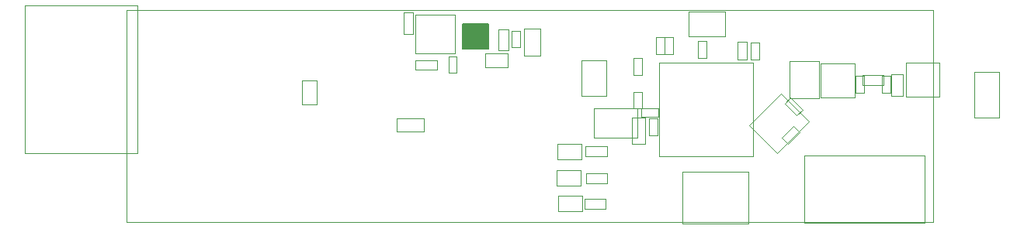
<source format=gbr>
%TF.GenerationSoftware,Altium Limited,Altium Designer,20.0.13 (296)*%
G04 Layer_Color=32768*
%FSLAX45Y45*%
%MOMM*%
%TF.FileFunction,Other,Mechanical_15*%
%TF.Part,Single*%
G01*
G75*
%TA.AperFunction,NonConductor*%
%ADD87C,0.10000*%
%ADD108C,0.15240*%
%ADD192C,0.05000*%
G36*
X6448465Y6188714D02*
D01*
Y5952494D01*
D01*
Y5934714D01*
X6176685D01*
Y5952494D01*
D01*
Y6188714D01*
D01*
Y6206494D01*
X6448465D01*
Y6188714D01*
D02*
G37*
D87*
X11303000Y4041300D02*
Y6358700D01*
X2503000Y4041300D02*
X11303000D01*
X2503000D02*
Y6358700D01*
X11303000D01*
X11375000Y5408000D02*
Y5778000D01*
X11005000Y5408000D02*
X11375000D01*
X11005000D02*
Y5778000D01*
X11375000D01*
X6666245Y5730604D02*
Y5880604D01*
X6416245D02*
X6666245D01*
X6416245Y5730604D02*
Y5880604D01*
Y5730604D02*
X6666245D01*
X9298032Y5096051D02*
X9602088Y4791995D01*
X9948570Y5138477D01*
X9644514Y5442533D02*
X9948570Y5138477D01*
X9298032Y5096051D02*
X9644514Y5442533D01*
X9737300Y5396694D02*
X10062300D01*
Y5796694D01*
X9737300D02*
X10062300D01*
X9737300Y5396694D02*
Y5796694D01*
X1397500Y6408300D02*
X2627500D01*
X1397500Y4791800D02*
Y6408300D01*
Y4791800D02*
X2627500D01*
Y6408300D01*
X10079044Y5773744D02*
X10449044D01*
X10079044Y5403744D02*
Y5773744D01*
Y5403744D02*
X10449044D01*
Y5773744D01*
D108*
X6448465Y5952494D02*
Y6188714D01*
X6176685Y5952494D02*
Y6188714D01*
X6448465D02*
Y6206494D01*
Y5934714D02*
Y5952494D01*
X6176685Y5934714D02*
X6448465D01*
X6176685D02*
Y5952494D01*
Y6188714D02*
Y6206494D01*
X6448465D01*
D192*
X5748500Y5026500D02*
Y5173500D01*
X5451500Y5026500D02*
Y5173500D01*
Y5026500D02*
X5748500D01*
X5451500Y5173500D02*
X5748500D01*
X9288000Y4024000D02*
Y4584000D01*
X8568000D02*
X9288000D01*
X8568000Y4024000D02*
Y4584000D01*
Y4024000D02*
X9288000D01*
X8165000Y4895000D02*
Y5185000D01*
X8015000Y4895000D02*
X8165000D01*
X8015000D02*
Y5185000D01*
X8165000D01*
X10845000Y5416500D02*
X10975000D01*
Y5651500D01*
X10845000D02*
X10975000D01*
X10845000Y5416500D02*
Y5651500D01*
X7499500Y4185000D02*
X7734500D01*
X7499500D02*
Y4295000D01*
X7734500D01*
Y4185000D02*
Y4295000D01*
X6560046Y5918604D02*
X6670045D01*
Y6148604D01*
X6560046D02*
X6670045D01*
X6560046Y5918604D02*
Y6148604D01*
X8314679Y4756243D02*
X9339679D01*
Y5781243D01*
X8314679D02*
X9339679D01*
X8314679Y4756243D02*
Y5781243D01*
X5659500Y5882500D02*
Y6307500D01*
Y5882500D02*
X6084500D01*
Y6307500D01*
X5659500D02*
X6084500D01*
X10529500Y5537000D02*
Y5647000D01*
Y5537000D02*
X10764500D01*
Y5647000D01*
X10529500D02*
X10764500D01*
X7211500Y4325500D02*
X7476500D01*
Y4160500D02*
Y4325500D01*
X7211500Y4160500D02*
X7476500D01*
X7211500D02*
Y4325500D01*
X7472000Y5811500D02*
X7742000D01*
X7472000Y5416500D02*
Y5811500D01*
Y5416500D02*
X7742000D01*
Y5811500D01*
X7602500Y5280000D02*
X8075000D01*
Y4960000D02*
Y5280000D01*
X7602500Y4960000D02*
X8075000D01*
X7602500D02*
Y5280000D01*
X9894000Y4033000D02*
X11214000D01*
X9894000D02*
Y4763000D01*
X11214000D01*
Y4033000D02*
Y4763000D01*
X6842045Y6152104D02*
X7020045D01*
X6842045Y5859104D02*
Y6152104D01*
Y5859104D02*
X7020045D01*
Y6152104D01*
X9170000Y5815500D02*
X9272000D01*
Y6006500D01*
X9170000D02*
X9272000D01*
X9170000Y5815500D02*
Y6006500D01*
X8299000Y4986000D02*
Y5174000D01*
X8201000Y4986000D02*
X8299000D01*
X8201000D02*
Y5174000D01*
X8299000D01*
X6703046Y6132604D02*
X6795045D01*
X6703046Y5950604D02*
Y6132604D01*
Y5950604D02*
X6795045D01*
Y6132604D01*
X11755000Y5680000D02*
X12025000D01*
X11755000Y5180000D02*
Y5680000D01*
Y5180000D02*
X12025000D01*
Y5680000D01*
X8032771Y5647195D02*
X8124770D01*
Y5829195D01*
X8032771D02*
X8124770D01*
X8032771Y5647195D02*
Y5829195D01*
X8036000Y5463000D02*
X8128000D01*
X8036000Y5281000D02*
Y5463000D01*
Y5281000D02*
X8128000D01*
Y5463000D01*
X9653126Y4958180D02*
X9718180Y4893126D01*
X9846874Y5021820D01*
X9781820Y5086873D02*
X9846874Y5021820D01*
X9653126Y4958180D02*
X9781820Y5086873D01*
X9683126Y5331820D02*
X9748180Y5396874D01*
X9683126Y5331820D02*
X9811820Y5203126D01*
X9876874Y5268180D01*
X9748180Y5396874D02*
X9876874Y5268180D01*
X10461000Y5636000D02*
X10553000D01*
X10461000Y5454000D02*
Y5636000D01*
Y5454000D02*
X10553000D01*
Y5636000D01*
X10743000D02*
X10835000D01*
X10743000Y5454000D02*
Y5636000D01*
Y5454000D02*
X10835000D01*
Y5636000D01*
X6017046Y5850604D02*
X6109045D01*
X6017046Y5668604D02*
Y5850604D01*
Y5668604D02*
X6109045D01*
Y5850604D01*
X8737000Y5829000D02*
X8835000D01*
Y6017000D01*
X8737000D02*
X8835000D01*
X8737000Y5829000D02*
Y6017000D01*
X8280000Y5879000D02*
X8372000D01*
Y6061000D01*
X8280000D02*
X8372000D01*
X8280000Y5879000D02*
Y6061000D01*
X8377000Y5879000D02*
X8469000D01*
Y6061000D01*
X8377000D02*
X8469000D01*
X8377000Y5879000D02*
Y6061000D01*
X8306000Y5190000D02*
Y5282000D01*
X8124000D02*
X8306000D01*
X8124000Y5190000D02*
Y5282000D01*
Y5190000D02*
X8306000D01*
X9312000Y5816000D02*
X9410000D01*
Y6004000D01*
X9312000D02*
X9410000D01*
X9312000Y5816000D02*
Y6004000D01*
X8640500Y6337000D02*
X9035500D01*
Y6067000D02*
Y6337000D01*
X8640500Y6067000D02*
X9035500D01*
X8640500D02*
Y6337000D01*
X4582500Y5322500D02*
Y5587500D01*
X4417500Y5322500D02*
X4582500D01*
X4417500D02*
Y5587500D01*
X4582500D01*
X5525046Y6329104D02*
X5635045D01*
X5525046Y6094104D02*
Y6329104D01*
Y6094104D02*
X5635045D01*
Y6329104D01*
X5894545Y5701604D02*
Y5811604D01*
X5659545D02*
X5894545D01*
X5659545Y5701604D02*
Y5811604D01*
Y5701604D02*
X5894545D01*
X7203500Y4889500D02*
X7468500D01*
Y4724500D02*
Y4889500D01*
X7203500Y4724500D02*
X7468500D01*
X7203500D02*
Y4889500D01*
X7198500Y4604500D02*
X7463500D01*
Y4439500D02*
Y4604500D01*
X7198500Y4439500D02*
X7463500D01*
X7198500D02*
Y4604500D01*
X7512500Y4755000D02*
X7747500D01*
X7512500D02*
Y4865000D01*
X7747500D01*
Y4755000D02*
Y4865000D01*
X7515500Y4465000D02*
X7750500D01*
X7515500D02*
Y4575000D01*
X7750500D01*
Y4465000D02*
Y4575000D01*
%TF.MD5,741dcb1b79e5fedb17ed36ff68e5cf74*%
M02*

</source>
